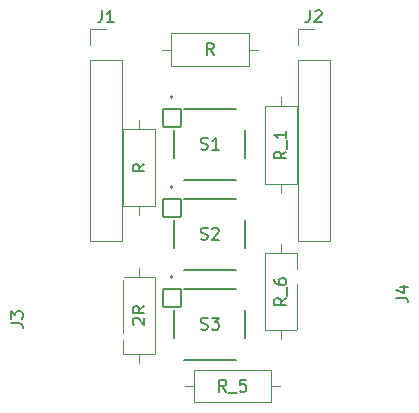
<source format=gto>
G04 #@! TF.GenerationSoftware,KiCad,Pcbnew,9.0.1*
G04 #@! TF.CreationDate,2025-10-16T18:55:09-04:00*
G04 #@! TF.ProjectId,button backpack,62757474-6f6e-4206-9261-636b7061636b,rev?*
G04 #@! TF.SameCoordinates,Original*
G04 #@! TF.FileFunction,Legend,Top*
G04 #@! TF.FilePolarity,Positive*
%FSLAX46Y46*%
G04 Gerber Fmt 4.6, Leading zero omitted, Abs format (unit mm)*
G04 Created by KiCad (PCBNEW 9.0.1) date 2025-10-16 18:55:09*
%MOMM*%
%LPD*%
G01*
G04 APERTURE LIST*
G04 Aperture macros list*
%AMRoundRect*
0 Rectangle with rounded corners*
0 $1 Rounding radius*
0 $2 $3 $4 $5 $6 $7 $8 $9 X,Y pos of 4 corners*
0 Add a 4 corners polygon primitive as box body*
4,1,4,$2,$3,$4,$5,$6,$7,$8,$9,$2,$3,0*
0 Add four circle primitives for the rounded corners*
1,1,$1+$1,$2,$3*
1,1,$1+$1,$4,$5*
1,1,$1+$1,$6,$7*
1,1,$1+$1,$8,$9*
0 Add four rect primitives between the rounded corners*
20,1,$1+$1,$2,$3,$4,$5,0*
20,1,$1+$1,$4,$5,$6,$7,0*
20,1,$1+$1,$6,$7,$8,$9,0*
20,1,$1+$1,$8,$9,$2,$3,0*%
G04 Aperture macros list end*
%ADD10C,0.150000*%
%ADD11C,0.120000*%
%ADD12C,0.127000*%
%ADD13C,0.200000*%
%ADD14R,1.700000X1.700000*%
%ADD15C,1.700000*%
%ADD16C,1.600000*%
%ADD17C,2.379000*%
%ADD18RoundRect,0.102000X-0.754000X-0.754000X0.754000X-0.754000X0.754000X0.754000X-0.754000X0.754000X0*%
%ADD19C,1.712000*%
G04 APERTURE END LIST*
D10*
X121366666Y-60174819D02*
X121366666Y-60889104D01*
X121366666Y-60889104D02*
X121319047Y-61031961D01*
X121319047Y-61031961D02*
X121223809Y-61127200D01*
X121223809Y-61127200D02*
X121080952Y-61174819D01*
X121080952Y-61174819D02*
X120985714Y-61174819D01*
X122366666Y-61174819D02*
X121795238Y-61174819D01*
X122080952Y-61174819D02*
X122080952Y-60174819D01*
X122080952Y-60174819D02*
X121985714Y-60317676D01*
X121985714Y-60317676D02*
X121890476Y-60412914D01*
X121890476Y-60412914D02*
X121795238Y-60460533D01*
X131872380Y-92454819D02*
X131539047Y-91978628D01*
X131300952Y-92454819D02*
X131300952Y-91454819D01*
X131300952Y-91454819D02*
X131681904Y-91454819D01*
X131681904Y-91454819D02*
X131777142Y-91502438D01*
X131777142Y-91502438D02*
X131824761Y-91550057D01*
X131824761Y-91550057D02*
X131872380Y-91645295D01*
X131872380Y-91645295D02*
X131872380Y-91788152D01*
X131872380Y-91788152D02*
X131824761Y-91883390D01*
X131824761Y-91883390D02*
X131777142Y-91931009D01*
X131777142Y-91931009D02*
X131681904Y-91978628D01*
X131681904Y-91978628D02*
X131300952Y-91978628D01*
X132062857Y-92550057D02*
X132824761Y-92550057D01*
X133539047Y-91454819D02*
X133062857Y-91454819D01*
X133062857Y-91454819D02*
X133015238Y-91931009D01*
X133015238Y-91931009D02*
X133062857Y-91883390D01*
X133062857Y-91883390D02*
X133158095Y-91835771D01*
X133158095Y-91835771D02*
X133396190Y-91835771D01*
X133396190Y-91835771D02*
X133491428Y-91883390D01*
X133491428Y-91883390D02*
X133539047Y-91931009D01*
X133539047Y-91931009D02*
X133586666Y-92026247D01*
X133586666Y-92026247D02*
X133586666Y-92264342D01*
X133586666Y-92264342D02*
X133539047Y-92359580D01*
X133539047Y-92359580D02*
X133491428Y-92407200D01*
X133491428Y-92407200D02*
X133396190Y-92454819D01*
X133396190Y-92454819D02*
X133158095Y-92454819D01*
X133158095Y-92454819D02*
X133062857Y-92407200D01*
X133062857Y-92407200D02*
X133015238Y-92359580D01*
X124050057Y-86785713D02*
X124002438Y-86738094D01*
X124002438Y-86738094D02*
X123954819Y-86642856D01*
X123954819Y-86642856D02*
X123954819Y-86404761D01*
X123954819Y-86404761D02*
X124002438Y-86309523D01*
X124002438Y-86309523D02*
X124050057Y-86261904D01*
X124050057Y-86261904D02*
X124145295Y-86214285D01*
X124145295Y-86214285D02*
X124240533Y-86214285D01*
X124240533Y-86214285D02*
X124383390Y-86261904D01*
X124383390Y-86261904D02*
X124954819Y-86833332D01*
X124954819Y-86833332D02*
X124954819Y-86214285D01*
X124954819Y-85214285D02*
X124478628Y-85547618D01*
X124954819Y-85785713D02*
X123954819Y-85785713D01*
X123954819Y-85785713D02*
X123954819Y-85404761D01*
X123954819Y-85404761D02*
X124002438Y-85309523D01*
X124002438Y-85309523D02*
X124050057Y-85261904D01*
X124050057Y-85261904D02*
X124145295Y-85214285D01*
X124145295Y-85214285D02*
X124288152Y-85214285D01*
X124288152Y-85214285D02*
X124383390Y-85261904D01*
X124383390Y-85261904D02*
X124431009Y-85309523D01*
X124431009Y-85309523D02*
X124478628Y-85404761D01*
X124478628Y-85404761D02*
X124478628Y-85785713D01*
X113647069Y-86658333D02*
X114361354Y-86658333D01*
X114361354Y-86658333D02*
X114504211Y-86705952D01*
X114504211Y-86705952D02*
X114599450Y-86801190D01*
X114599450Y-86801190D02*
X114647069Y-86944047D01*
X114647069Y-86944047D02*
X114647069Y-87039285D01*
X113647069Y-86277380D02*
X113647069Y-85658333D01*
X113647069Y-85658333D02*
X114028021Y-85991666D01*
X114028021Y-85991666D02*
X114028021Y-85848809D01*
X114028021Y-85848809D02*
X114075640Y-85753571D01*
X114075640Y-85753571D02*
X114123259Y-85705952D01*
X114123259Y-85705952D02*
X114218497Y-85658333D01*
X114218497Y-85658333D02*
X114456592Y-85658333D01*
X114456592Y-85658333D02*
X114551830Y-85705952D01*
X114551830Y-85705952D02*
X114599450Y-85753571D01*
X114599450Y-85753571D02*
X114647069Y-85848809D01*
X114647069Y-85848809D02*
X114647069Y-86134523D01*
X114647069Y-86134523D02*
X114599450Y-86229761D01*
X114599450Y-86229761D02*
X114551830Y-86277380D01*
X138966666Y-60174819D02*
X138966666Y-60889104D01*
X138966666Y-60889104D02*
X138919047Y-61031961D01*
X138919047Y-61031961D02*
X138823809Y-61127200D01*
X138823809Y-61127200D02*
X138680952Y-61174819D01*
X138680952Y-61174819D02*
X138585714Y-61174819D01*
X139395238Y-60270057D02*
X139442857Y-60222438D01*
X139442857Y-60222438D02*
X139538095Y-60174819D01*
X139538095Y-60174819D02*
X139776190Y-60174819D01*
X139776190Y-60174819D02*
X139871428Y-60222438D01*
X139871428Y-60222438D02*
X139919047Y-60270057D01*
X139919047Y-60270057D02*
X139966666Y-60365295D01*
X139966666Y-60365295D02*
X139966666Y-60460533D01*
X139966666Y-60460533D02*
X139919047Y-60603390D01*
X139919047Y-60603390D02*
X139347619Y-61174819D01*
X139347619Y-61174819D02*
X139966666Y-61174819D01*
X124954819Y-73190476D02*
X124478628Y-73523809D01*
X124954819Y-73761904D02*
X123954819Y-73761904D01*
X123954819Y-73761904D02*
X123954819Y-73380952D01*
X123954819Y-73380952D02*
X124002438Y-73285714D01*
X124002438Y-73285714D02*
X124050057Y-73238095D01*
X124050057Y-73238095D02*
X124145295Y-73190476D01*
X124145295Y-73190476D02*
X124288152Y-73190476D01*
X124288152Y-73190476D02*
X124383390Y-73238095D01*
X124383390Y-73238095D02*
X124431009Y-73285714D01*
X124431009Y-73285714D02*
X124478628Y-73380952D01*
X124478628Y-73380952D02*
X124478628Y-73761904D01*
X129738095Y-79532200D02*
X129880952Y-79579819D01*
X129880952Y-79579819D02*
X130119047Y-79579819D01*
X130119047Y-79579819D02*
X130214285Y-79532200D01*
X130214285Y-79532200D02*
X130261904Y-79484580D01*
X130261904Y-79484580D02*
X130309523Y-79389342D01*
X130309523Y-79389342D02*
X130309523Y-79294104D01*
X130309523Y-79294104D02*
X130261904Y-79198866D01*
X130261904Y-79198866D02*
X130214285Y-79151247D01*
X130214285Y-79151247D02*
X130119047Y-79103628D01*
X130119047Y-79103628D02*
X129928571Y-79056009D01*
X129928571Y-79056009D02*
X129833333Y-79008390D01*
X129833333Y-79008390D02*
X129785714Y-78960771D01*
X129785714Y-78960771D02*
X129738095Y-78865533D01*
X129738095Y-78865533D02*
X129738095Y-78770295D01*
X129738095Y-78770295D02*
X129785714Y-78675057D01*
X129785714Y-78675057D02*
X129833333Y-78627438D01*
X129833333Y-78627438D02*
X129928571Y-78579819D01*
X129928571Y-78579819D02*
X130166666Y-78579819D01*
X130166666Y-78579819D02*
X130309523Y-78627438D01*
X130690476Y-78675057D02*
X130738095Y-78627438D01*
X130738095Y-78627438D02*
X130833333Y-78579819D01*
X130833333Y-78579819D02*
X131071428Y-78579819D01*
X131071428Y-78579819D02*
X131166666Y-78627438D01*
X131166666Y-78627438D02*
X131214285Y-78675057D01*
X131214285Y-78675057D02*
X131261904Y-78770295D01*
X131261904Y-78770295D02*
X131261904Y-78865533D01*
X131261904Y-78865533D02*
X131214285Y-79008390D01*
X131214285Y-79008390D02*
X130642857Y-79579819D01*
X130642857Y-79579819D02*
X131261904Y-79579819D01*
X146262569Y-84508333D02*
X146976854Y-84508333D01*
X146976854Y-84508333D02*
X147119711Y-84555952D01*
X147119711Y-84555952D02*
X147214950Y-84651190D01*
X147214950Y-84651190D02*
X147262569Y-84794047D01*
X147262569Y-84794047D02*
X147262569Y-84889285D01*
X146595902Y-83603571D02*
X147262569Y-83603571D01*
X146214950Y-83841666D02*
X146929235Y-84079761D01*
X146929235Y-84079761D02*
X146929235Y-83460714D01*
X129738095Y-71907200D02*
X129880952Y-71954819D01*
X129880952Y-71954819D02*
X130119047Y-71954819D01*
X130119047Y-71954819D02*
X130214285Y-71907200D01*
X130214285Y-71907200D02*
X130261904Y-71859580D01*
X130261904Y-71859580D02*
X130309523Y-71764342D01*
X130309523Y-71764342D02*
X130309523Y-71669104D01*
X130309523Y-71669104D02*
X130261904Y-71573866D01*
X130261904Y-71573866D02*
X130214285Y-71526247D01*
X130214285Y-71526247D02*
X130119047Y-71478628D01*
X130119047Y-71478628D02*
X129928571Y-71431009D01*
X129928571Y-71431009D02*
X129833333Y-71383390D01*
X129833333Y-71383390D02*
X129785714Y-71335771D01*
X129785714Y-71335771D02*
X129738095Y-71240533D01*
X129738095Y-71240533D02*
X129738095Y-71145295D01*
X129738095Y-71145295D02*
X129785714Y-71050057D01*
X129785714Y-71050057D02*
X129833333Y-71002438D01*
X129833333Y-71002438D02*
X129928571Y-70954819D01*
X129928571Y-70954819D02*
X130166666Y-70954819D01*
X130166666Y-70954819D02*
X130309523Y-71002438D01*
X131261904Y-71954819D02*
X130690476Y-71954819D01*
X130976190Y-71954819D02*
X130976190Y-70954819D01*
X130976190Y-70954819D02*
X130880952Y-71097676D01*
X130880952Y-71097676D02*
X130785714Y-71192914D01*
X130785714Y-71192914D02*
X130690476Y-71240533D01*
X130809523Y-63954819D02*
X130476190Y-63478628D01*
X130238095Y-63954819D02*
X130238095Y-62954819D01*
X130238095Y-62954819D02*
X130619047Y-62954819D01*
X130619047Y-62954819D02*
X130714285Y-63002438D01*
X130714285Y-63002438D02*
X130761904Y-63050057D01*
X130761904Y-63050057D02*
X130809523Y-63145295D01*
X130809523Y-63145295D02*
X130809523Y-63288152D01*
X130809523Y-63288152D02*
X130761904Y-63383390D01*
X130761904Y-63383390D02*
X130714285Y-63431009D01*
X130714285Y-63431009D02*
X130619047Y-63478628D01*
X130619047Y-63478628D02*
X130238095Y-63478628D01*
X136954819Y-84547619D02*
X136478628Y-84880952D01*
X136954819Y-85119047D02*
X135954819Y-85119047D01*
X135954819Y-85119047D02*
X135954819Y-84738095D01*
X135954819Y-84738095D02*
X136002438Y-84642857D01*
X136002438Y-84642857D02*
X136050057Y-84595238D01*
X136050057Y-84595238D02*
X136145295Y-84547619D01*
X136145295Y-84547619D02*
X136288152Y-84547619D01*
X136288152Y-84547619D02*
X136383390Y-84595238D01*
X136383390Y-84595238D02*
X136431009Y-84642857D01*
X136431009Y-84642857D02*
X136478628Y-84738095D01*
X136478628Y-84738095D02*
X136478628Y-85119047D01*
X137050057Y-84357143D02*
X137050057Y-83595238D01*
X135954819Y-82928571D02*
X135954819Y-83119047D01*
X135954819Y-83119047D02*
X136002438Y-83214285D01*
X136002438Y-83214285D02*
X136050057Y-83261904D01*
X136050057Y-83261904D02*
X136192914Y-83357142D01*
X136192914Y-83357142D02*
X136383390Y-83404761D01*
X136383390Y-83404761D02*
X136764342Y-83404761D01*
X136764342Y-83404761D02*
X136859580Y-83357142D01*
X136859580Y-83357142D02*
X136907200Y-83309523D01*
X136907200Y-83309523D02*
X136954819Y-83214285D01*
X136954819Y-83214285D02*
X136954819Y-83023809D01*
X136954819Y-83023809D02*
X136907200Y-82928571D01*
X136907200Y-82928571D02*
X136859580Y-82880952D01*
X136859580Y-82880952D02*
X136764342Y-82833333D01*
X136764342Y-82833333D02*
X136526247Y-82833333D01*
X136526247Y-82833333D02*
X136431009Y-82880952D01*
X136431009Y-82880952D02*
X136383390Y-82928571D01*
X136383390Y-82928571D02*
X136335771Y-83023809D01*
X136335771Y-83023809D02*
X136335771Y-83214285D01*
X136335771Y-83214285D02*
X136383390Y-83309523D01*
X136383390Y-83309523D02*
X136431009Y-83357142D01*
X136431009Y-83357142D02*
X136526247Y-83404761D01*
X129738095Y-87157200D02*
X129880952Y-87204819D01*
X129880952Y-87204819D02*
X130119047Y-87204819D01*
X130119047Y-87204819D02*
X130214285Y-87157200D01*
X130214285Y-87157200D02*
X130261904Y-87109580D01*
X130261904Y-87109580D02*
X130309523Y-87014342D01*
X130309523Y-87014342D02*
X130309523Y-86919104D01*
X130309523Y-86919104D02*
X130261904Y-86823866D01*
X130261904Y-86823866D02*
X130214285Y-86776247D01*
X130214285Y-86776247D02*
X130119047Y-86728628D01*
X130119047Y-86728628D02*
X129928571Y-86681009D01*
X129928571Y-86681009D02*
X129833333Y-86633390D01*
X129833333Y-86633390D02*
X129785714Y-86585771D01*
X129785714Y-86585771D02*
X129738095Y-86490533D01*
X129738095Y-86490533D02*
X129738095Y-86395295D01*
X129738095Y-86395295D02*
X129785714Y-86300057D01*
X129785714Y-86300057D02*
X129833333Y-86252438D01*
X129833333Y-86252438D02*
X129928571Y-86204819D01*
X129928571Y-86204819D02*
X130166666Y-86204819D01*
X130166666Y-86204819D02*
X130309523Y-86252438D01*
X130642857Y-86204819D02*
X131261904Y-86204819D01*
X131261904Y-86204819D02*
X130928571Y-86585771D01*
X130928571Y-86585771D02*
X131071428Y-86585771D01*
X131071428Y-86585771D02*
X131166666Y-86633390D01*
X131166666Y-86633390D02*
X131214285Y-86681009D01*
X131214285Y-86681009D02*
X131261904Y-86776247D01*
X131261904Y-86776247D02*
X131261904Y-87014342D01*
X131261904Y-87014342D02*
X131214285Y-87109580D01*
X131214285Y-87109580D02*
X131166666Y-87157200D01*
X131166666Y-87157200D02*
X131071428Y-87204819D01*
X131071428Y-87204819D02*
X130785714Y-87204819D01*
X130785714Y-87204819D02*
X130690476Y-87157200D01*
X130690476Y-87157200D02*
X130642857Y-87109580D01*
X136954819Y-72127619D02*
X136478628Y-72460952D01*
X136954819Y-72699047D02*
X135954819Y-72699047D01*
X135954819Y-72699047D02*
X135954819Y-72318095D01*
X135954819Y-72318095D02*
X136002438Y-72222857D01*
X136002438Y-72222857D02*
X136050057Y-72175238D01*
X136050057Y-72175238D02*
X136145295Y-72127619D01*
X136145295Y-72127619D02*
X136288152Y-72127619D01*
X136288152Y-72127619D02*
X136383390Y-72175238D01*
X136383390Y-72175238D02*
X136431009Y-72222857D01*
X136431009Y-72222857D02*
X136478628Y-72318095D01*
X136478628Y-72318095D02*
X136478628Y-72699047D01*
X137050057Y-71937143D02*
X137050057Y-71175238D01*
X136954819Y-70413333D02*
X136954819Y-70984761D01*
X136954819Y-70699047D02*
X135954819Y-70699047D01*
X135954819Y-70699047D02*
X136097676Y-70794285D01*
X136097676Y-70794285D02*
X136192914Y-70889523D01*
X136192914Y-70889523D02*
X136240533Y-70984761D01*
D11*
X120320000Y-61720000D02*
X121700000Y-61720000D01*
X120320000Y-63100000D02*
X120320000Y-61720000D01*
X120320000Y-64370000D02*
X120320000Y-79720000D01*
X120320000Y-64370000D02*
X123080000Y-64370000D01*
X120320000Y-79720000D02*
X123080000Y-79720000D01*
X123080000Y-64370000D02*
X123080000Y-79720000D01*
X128380000Y-92000000D02*
X129150000Y-92000000D01*
X136460000Y-92000000D02*
X135690000Y-92000000D01*
X129150000Y-90630000D02*
X135690000Y-90630000D01*
X135690000Y-93370000D01*
X129150000Y-93370000D01*
X129150000Y-90630000D01*
X124500000Y-81960000D02*
X124500000Y-82730000D01*
X124500000Y-90040000D02*
X124500000Y-89270000D01*
X123130000Y-89270000D02*
X125870000Y-89270000D01*
X125870000Y-82730000D01*
X123130000Y-82730000D01*
X123130000Y-89270000D01*
X137920000Y-61720000D02*
X139300000Y-61720000D01*
X137920000Y-63100000D02*
X137920000Y-61720000D01*
X137920000Y-64370000D02*
X137920000Y-79720000D01*
X137920000Y-64370000D02*
X140680000Y-64370000D01*
X137920000Y-79720000D02*
X140680000Y-79720000D01*
X140680000Y-64370000D02*
X140680000Y-79720000D01*
X124500000Y-69460000D02*
X124500000Y-70230000D01*
X124500000Y-77540000D02*
X124500000Y-76770000D01*
X125870000Y-70230000D02*
X123130000Y-70230000D01*
X123130000Y-76770000D01*
X125870000Y-76770000D01*
X125870000Y-70230000D01*
D12*
X127500000Y-77949000D02*
X127500000Y-80301000D01*
X128324000Y-76125000D02*
X132676000Y-76125000D01*
X128324000Y-82125000D02*
X132676000Y-82125000D01*
X133500000Y-77949000D02*
X133500000Y-80301000D01*
D13*
X127350000Y-75121000D02*
G75*
G02*
X127150000Y-75121000I-100000J0D01*
G01*
X127150000Y-75121000D02*
G75*
G02*
X127350000Y-75121000I100000J0D01*
G01*
D12*
X127500000Y-70324000D02*
X127500000Y-72676000D01*
X128324000Y-68500000D02*
X132676000Y-68500000D01*
X128324000Y-74500000D02*
X132676000Y-74500000D01*
X133500000Y-70324000D02*
X133500000Y-72676000D01*
D13*
X127350000Y-67496000D02*
G75*
G02*
X127150000Y-67496000I-100000J0D01*
G01*
X127150000Y-67496000D02*
G75*
G02*
X127350000Y-67496000I100000J0D01*
G01*
D11*
X126460000Y-63500000D02*
X127230000Y-63500000D01*
X134540000Y-63500000D02*
X133770000Y-63500000D01*
X127230000Y-62130000D02*
X133770000Y-62130000D01*
X133770000Y-64870000D01*
X127230000Y-64870000D01*
X127230000Y-62130000D01*
X136500000Y-79960000D02*
X136500000Y-80730000D01*
X136500000Y-88040000D02*
X136500000Y-87270000D01*
X135130000Y-87270000D02*
X137870000Y-87270000D01*
X137870000Y-80730000D01*
X135130000Y-80730000D01*
X135130000Y-87270000D01*
D12*
X127500000Y-85574000D02*
X127500000Y-87926000D01*
X128324000Y-83750000D02*
X132676000Y-83750000D01*
X128324000Y-89750000D02*
X132676000Y-89750000D01*
X133500000Y-85574000D02*
X133500000Y-87926000D01*
D13*
X127350000Y-82746000D02*
G75*
G02*
X127150000Y-82746000I-100000J0D01*
G01*
X127150000Y-82746000D02*
G75*
G02*
X127350000Y-82746000I100000J0D01*
G01*
D11*
X136500000Y-67540000D02*
X136500000Y-68310000D01*
X136500000Y-75620000D02*
X136500000Y-74850000D01*
X137870000Y-68310000D02*
X135130000Y-68310000D01*
X135130000Y-74850000D01*
X137870000Y-74850000D01*
X137870000Y-68310000D01*
%LPC*%
D14*
X121700000Y-63100000D03*
D15*
X121700000Y-65640000D03*
X121700000Y-68180000D03*
X121700000Y-70720000D03*
X121700000Y-73260000D03*
X121700000Y-75800000D03*
X121700000Y-78340000D03*
D16*
X127340000Y-92000000D03*
X137500000Y-92000000D03*
X124500000Y-91080000D03*
X124500000Y-80920000D03*
D17*
X122020850Y-87790000D03*
X122020850Y-82710000D03*
D14*
X139300000Y-63100000D03*
D15*
X139300000Y-65640000D03*
X139300000Y-68180000D03*
X139300000Y-70720000D03*
X139300000Y-73260000D03*
X139300000Y-75800000D03*
X139300000Y-78340000D03*
D16*
X124500000Y-68420000D03*
X124500000Y-78580000D03*
D18*
X127250000Y-76875000D03*
D19*
X133750000Y-76875000D03*
X127250000Y-81375000D03*
X133750000Y-81375000D03*
D17*
X138979150Y-82710000D03*
X138979150Y-87790000D03*
D18*
X127250000Y-69250000D03*
D19*
X133750000Y-69250000D03*
X127250000Y-73750000D03*
X133750000Y-73750000D03*
D16*
X125420000Y-63500000D03*
X135580000Y-63500000D03*
X136500000Y-89080000D03*
X136500000Y-78920000D03*
D18*
X127250000Y-84500000D03*
D19*
X133750000Y-84500000D03*
X127250000Y-89000000D03*
X133750000Y-89000000D03*
D16*
X136500000Y-66500000D03*
X136500000Y-76660000D03*
%LPD*%
M02*

</source>
